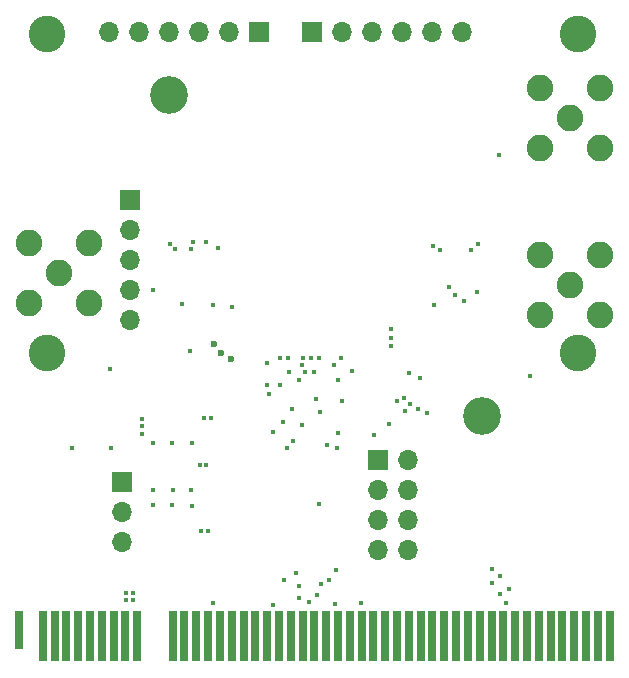
<source format=gbr>
G04 #@! TF.GenerationSoftware,KiCad,Pcbnew,7.0.7-7.0.7~ubuntu22.04.1*
G04 #@! TF.CreationDate,2023-09-29T12:00:57+02:00*
G04 #@! TF.ProjectId,astropix_v4,61737472-6f70-4697-985f-76342e6b6963,1.0*
G04 #@! TF.SameCoordinates,Original*
G04 #@! TF.FileFunction,Soldermask,Bot*
G04 #@! TF.FilePolarity,Negative*
%FSLAX46Y46*%
G04 Gerber Fmt 4.6, Leading zero omitted, Abs format (unit mm)*
G04 Created by KiCad (PCBNEW 7.0.7-7.0.7~ubuntu22.04.1) date 2023-09-29 12:00:57*
%MOMM*%
%LPD*%
G01*
G04 APERTURE LIST*
%ADD10C,2.250000*%
%ADD11R,1.700000X1.700000*%
%ADD12O,1.700000X1.700000*%
%ADD13C,3.200000*%
%ADD14R,0.700000X3.200000*%
%ADD15R,0.700000X4.300000*%
%ADD16C,3.100000*%
%ADD17C,0.450000*%
%ADD18C,0.600000*%
G04 APERTURE END LIST*
D10*
G04 #@! TO.C,J6*
X109520000Y-75000000D03*
X106980000Y-77540000D03*
X112060000Y-77540000D03*
X106980000Y-72460000D03*
X112060000Y-72460000D03*
G04 #@! TD*
D11*
G04 #@! TO.C,J9*
X126492000Y-54610000D03*
D12*
X123952000Y-54610000D03*
X121412000Y-54610000D03*
X118872000Y-54610000D03*
X116332000Y-54610000D03*
X113792000Y-54610000D03*
G04 #@! TD*
D11*
G04 #@! TO.C,J10*
X130937000Y-54610000D03*
D12*
X133477000Y-54610000D03*
X136017000Y-54610000D03*
X138557000Y-54610000D03*
X141097000Y-54610000D03*
X143637000Y-54610000D03*
G04 #@! TD*
D11*
G04 #@! TO.C,JP1*
X114909600Y-92710000D03*
D12*
X114909600Y-95250000D03*
X114909600Y-97790000D03*
G04 #@! TD*
D13*
G04 #@! TO.C,H1*
X118850000Y-59950000D03*
G04 #@! TD*
G04 #@! TO.C,H2*
X145400000Y-87100000D03*
G04 #@! TD*
D10*
G04 #@! TO.C,J4*
X152800000Y-76000000D03*
X155340000Y-73460000D03*
X150260000Y-73460000D03*
X155340000Y-78540000D03*
X150260000Y-78540000D03*
G04 #@! TD*
D11*
G04 #@! TO.C,J11*
X115600000Y-68860000D03*
D12*
X115600000Y-71400000D03*
X115600000Y-73940000D03*
X115600000Y-76480000D03*
X115600000Y-79020000D03*
G04 #@! TD*
D11*
G04 #@! TO.C,J2*
X136600000Y-90820000D03*
D12*
X139140000Y-90820000D03*
X136600000Y-93360000D03*
X139140000Y-93360000D03*
X136600000Y-95900000D03*
X139140000Y-95900000D03*
X136600000Y-98440000D03*
X139140000Y-98440000D03*
G04 #@! TD*
D10*
G04 #@! TO.C,J8*
X152800000Y-61900000D03*
X155340000Y-59360000D03*
X150260000Y-59360000D03*
X155340000Y-64440000D03*
X150260000Y-64440000D03*
G04 #@! TD*
D14*
G04 #@! TO.C,J1*
X106172000Y-105241000D03*
D15*
X108172000Y-105791000D03*
X109172000Y-105791000D03*
X110172000Y-105791000D03*
X111172000Y-105791000D03*
X112172000Y-105791000D03*
X113172000Y-105791000D03*
X114172000Y-105791000D03*
X115172000Y-105791000D03*
X116172000Y-105791000D03*
X119172000Y-105791000D03*
X120172000Y-105791000D03*
X121172000Y-105791000D03*
X122172000Y-105791000D03*
X123172000Y-105791000D03*
X124172000Y-105791000D03*
X125172000Y-105791000D03*
X126172000Y-105791000D03*
X127172000Y-105791000D03*
X128172000Y-105791000D03*
X129172000Y-105791000D03*
X130172000Y-105791000D03*
X131172000Y-105791000D03*
X132172000Y-105791000D03*
X133172000Y-105791000D03*
X134172000Y-105791000D03*
X135172000Y-105791000D03*
X136172000Y-105791000D03*
X137172000Y-105791000D03*
X138172000Y-105791000D03*
X139172000Y-105791000D03*
X140172000Y-105791000D03*
X141172000Y-105791000D03*
X142172000Y-105791000D03*
X143172000Y-105791000D03*
X144172000Y-105791000D03*
X145172000Y-105791000D03*
X146172000Y-105791000D03*
X147172000Y-105791000D03*
X148172000Y-105791000D03*
X149172000Y-105791000D03*
X150172000Y-105791000D03*
X151172000Y-105791000D03*
X152172000Y-105791000D03*
X153172000Y-105791000D03*
X154172000Y-105791000D03*
X155172000Y-105791000D03*
X156172000Y-105791000D03*
G04 #@! TD*
D16*
G04 #@! TO.C,H3*
X108500000Y-54800000D03*
X108500000Y-81800000D03*
X153500000Y-54800000D03*
X153500000Y-81800000D03*
G04 #@! TD*
D17*
X122025400Y-91274600D03*
D18*
X123300000Y-81800000D03*
D17*
X121523700Y-91274600D03*
X117488000Y-76500000D03*
X121551404Y-96863200D03*
X122123200Y-96850200D03*
X120620492Y-81640000D03*
D18*
X122700000Y-81000000D03*
D17*
X113900000Y-83125000D03*
X139200000Y-83490000D03*
X128265771Y-82235272D03*
X129584000Y-100400000D03*
X138150000Y-85850000D03*
X130900000Y-82200000D03*
X135100000Y-103000000D03*
X138850000Y-86700000D03*
X133390000Y-82220000D03*
X131170000Y-83395498D03*
X139950000Y-86550000D03*
X131600000Y-82200000D03*
X139300000Y-86100000D03*
X147660000Y-101787500D03*
X129026827Y-83419502D03*
X131412000Y-102308672D03*
X128941087Y-82187725D03*
X130724000Y-102900000D03*
X146850000Y-102199500D03*
X146200000Y-101300000D03*
X131655441Y-86745913D03*
X129287500Y-86500000D03*
X131690000Y-101370000D03*
X146920000Y-100700000D03*
X132238000Y-89600000D03*
X130184319Y-82203130D03*
X132412000Y-101000000D03*
X145000000Y-72600000D03*
X122560000Y-102920000D03*
X128860000Y-89830000D03*
X137700000Y-81200000D03*
X137700000Y-79800000D03*
X120777000Y-94742000D03*
X131300000Y-85700000D03*
X149411002Y-83769945D03*
X129900000Y-84100000D03*
X117500400Y-93421200D03*
X141200000Y-72700000D03*
X119150000Y-89450000D03*
X115824000Y-102717600D03*
X140700000Y-86900000D03*
X128300000Y-84500000D03*
X134350000Y-83300000D03*
X119176800Y-93421200D03*
X124230000Y-77870000D03*
X132800000Y-82800000D03*
X133120000Y-89800000D03*
X138800000Y-85600000D03*
X120900000Y-72400000D03*
X115214400Y-102743000D03*
X120800000Y-89450000D03*
X140120000Y-83890000D03*
X120751600Y-93421200D03*
X117550000Y-89450000D03*
X115824000Y-102108000D03*
X118988000Y-72558655D03*
X146800000Y-65000000D03*
X110642400Y-89814400D03*
X127640000Y-103090000D03*
X117500388Y-94691200D03*
X132900000Y-103040000D03*
X127300000Y-85300000D03*
X130100000Y-82800000D03*
X119151402Y-94691200D03*
X127700000Y-88500000D03*
X147390000Y-102920000D03*
X128620000Y-101040000D03*
X115214400Y-102108000D03*
X123000000Y-72900000D03*
X146190000Y-100040000D03*
X133521904Y-85818767D03*
X141300000Y-77700000D03*
X144900000Y-76600000D03*
X133030000Y-100200000D03*
X113944400Y-89814398D03*
X137470000Y-87770000D03*
X127200000Y-84500000D03*
X128500000Y-87600000D03*
X130087500Y-87884543D03*
X119400000Y-73000000D03*
X120000000Y-77680000D03*
X122600000Y-77700000D03*
X122000000Y-72400000D03*
X120700000Y-73000000D03*
X143800000Y-77400000D03*
X141800000Y-73099996D03*
X144400000Y-73100000D03*
X143100000Y-76900000D03*
X142600000Y-76200000D03*
X129900000Y-101500000D03*
X129899500Y-102500000D03*
X129400000Y-89250000D03*
X116550000Y-88650000D03*
X122400000Y-87300000D03*
X116550000Y-87400000D03*
D18*
X124100000Y-82300000D03*
D17*
X116550000Y-88000000D03*
X121800000Y-87300000D03*
X137700000Y-80500000D03*
X127200000Y-82600000D03*
X133200000Y-84100000D03*
X131588000Y-94560000D03*
X130388677Y-83422656D03*
X136180000Y-88700000D03*
X133160000Y-88560000D03*
M02*

</source>
